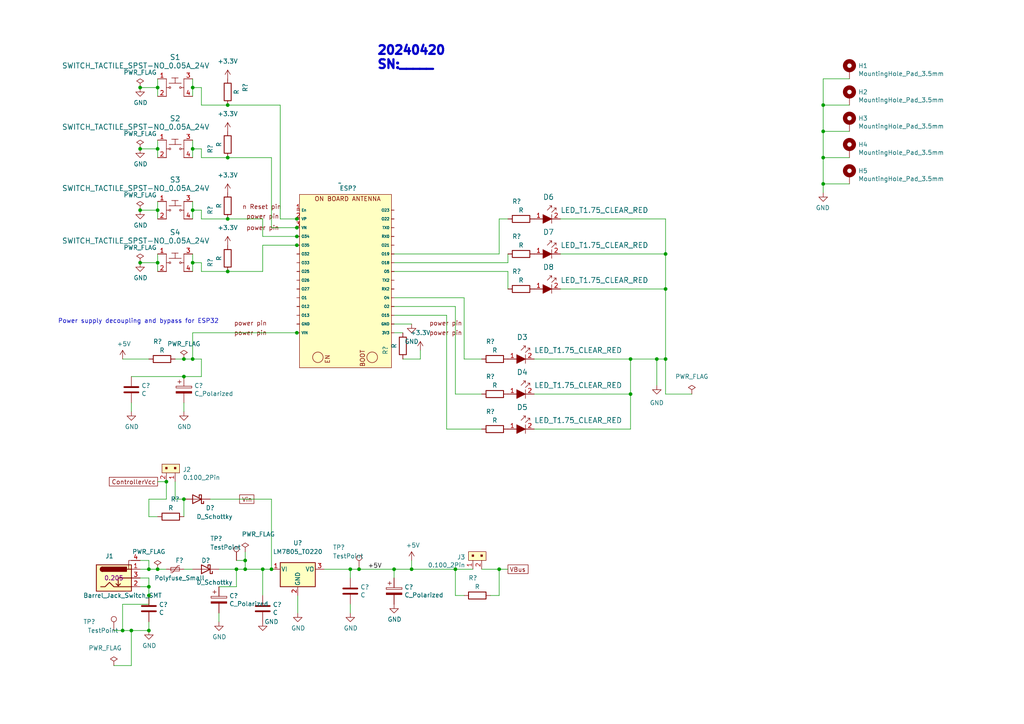
<source format=kicad_sch>
(kicad_sch (version 20230121) (generator eeschema)
  (paper "A4")
  (title_block (title "Esp32-6leds-4switches-2pj-circuit") (date "2024-04-14") (rev "V2") (company "Public Invention Supervision") (comment 1 "Coordinator: Robert Read") (comment 2 "Mentor: Forest Lee Ereckson") (comment 3 "Done by: Nagham Kheir"))
  (junction (at 55.88 43.18))
  (junction (at 45.72 165.1))
  (junction (at 66.04 63.5))
  (junction (at 132.08 165.1))
  (junction (at 40.64 76.2))
  (junction (at 48.26 139.7))
  (junction (at 40.64 25.4))
  (junction (at 193.04 73.66))
  (junction (at 53.34 104.14))
  (junction (at 193.04 83.82))
  (junction (at 86.106 68.58))
  (junction (at 43.18 170.18))
  (junction (at 66.04 78.74))
  (junction (at 78.74 165.1))
  (junction (at 40.64 43.18))
  (junction (at 68.58 165.1))
  (junction (at 53.34 109.22))
  (junction (at 238.76 38.1))
  (junction (at 45.72 60.96))
  (junction (at 55.88 104.14))
  (junction (at 71.12 162.56))
  (junction (at 43.18 172.72))
  (junction (at 101.6 165.1))
  (junction (at 144.78 165.1))
  (junction (at 55.88 76.2))
  (junction (at 43.18 165.1))
  (junction (at 238.76 45.72))
  (junction (at 71.12 165.1))
  (junction (at 43.18 182.88))
  (junction (at 45.72 43.18))
  (junction (at 104.14 165.1))
  (junction (at 38.1 182.88))
  (junction (at 238.76 30.48))
  (junction (at 66.04 30.48))
  (junction (at 35.56 182.88))
  (junction (at 86.106 63.5))
  (junction (at 86.106 96.52))
  (junction (at 76.2 165.1))
  (junction (at 190.5 104.14))
  (junction (at 53.34 144.78))
  (junction (at 55.88 60.96))
  (junction (at 238.76 53.34))
  (junction (at 182.88 114.3))
  (junction (at 40.64 60.96))
  (junction (at 55.88 25.4))
  (junction (at 114.3 165.1))
  (junction (at 66.04 45.72))
  (junction (at 182.88 104.14))
  (junction (at 119.38 165.1))
  (junction (at 45.72 25.4))
  (junction (at 45.72 76.2))
  (junction (at 193.04 104.14))
  (junction (at 86.106 66.04))
  (junction (at 86.106 71.12))
  (wire (pts (xy 246.38 30.48) (xy 238.76 30.48)))
  (wire (pts (xy 55.88 73.66) (xy 55.88 76.2)))
  (wire (pts (xy 35.56 182.88) (xy 38.1 182.88)))
  (wire (pts (xy 45.72 73.66) (xy 45.72 76.2)))
  (wire (pts (xy 86.106 71.12) (xy 86.36 71.12)))
  (wire (pts (xy 66.04 30.48) (xy 81.28 30.48)))
  (wire (pts (xy 40.64 43.18) (xy 45.72 43.18)))
  (wire (pts (xy 144.78 63.5) (xy 147.32 63.5)))
  (wire (pts (xy 58.42 45.72) (xy 66.04 45.72)))
  (wire (pts (xy 40.64 25.4) (xy 45.72 25.4)))
  (wire (pts (xy 63.5 165.1) (xy 68.58 165.1)))
  (wire (pts (xy 86.106 68.58) (xy 86.36 68.58)))
  (wire (pts (xy 38.1 182.88) (xy 43.18 182.88)))
  (wire (pts (xy 60.96 144.78) (xy 78.74 144.78)))
  (wire (pts (xy 53.34 149.86) (xy 53.34 144.78)))
  (wire (pts (xy 40.64 162.56) (xy 43.18 162.56)))
  (wire (pts (xy 114.3 86.36) (xy 134.62 86.36)))
  (wire (pts (xy 40.64 76.2) (xy 45.72 76.2)))
  (wire (pts (xy 81.28 63.5) (xy 81.28 30.48)))
  (wire (pts (xy 40.64 60.96) (xy 45.72 60.96)))
  (wire (pts (xy 116.84 104.14) (xy 121.92 104.14)))
  (wire (pts (xy 154.94 124.46) (xy 182.88 124.46)))
  (wire (pts (xy 35.56 104.14) (xy 43.18 104.14)))
  (wire (pts (xy 33.02 193.04) (xy 38.1 193.04)))
  (wire (pts (xy 101.6 165.1) (xy 104.14 165.1)))
  (wire (pts (xy 114.3 78.74) (xy 147.32 78.74)))
  (wire (pts (xy 76.2 165.1) (xy 78.74 165.1)))
  (wire (pts (xy 33.02 182.88) (xy 35.56 182.88)))
  (wire (pts (xy 81.28 63.5) (xy 86.106 63.5)))
  (wire (pts (xy 139.7 165.1) (xy 144.78 165.1)))
  (wire (pts (xy 45.72 165.1) (xy 43.18 165.1)))
  (wire (pts (xy 162.56 83.82) (xy 193.04 83.82)))
  (wire (pts (xy 76.2 172.72) (xy 76.2 165.1)))
  (wire (pts (xy 132.08 88.9) (xy 132.08 114.3)))
  (wire (pts (xy 193.04 83.82) (xy 193.04 73.66)))
  (wire (pts (xy 71.12 162.56) (xy 71.12 165.1)))
  (wire (pts (xy 119.38 165.1) (xy 132.08 165.1)))
  (wire (pts (xy 55.88 25.4) (xy 58.42 25.4)))
  (wire (pts (xy 63.5 177.8) (xy 63.5 180.34)))
  (wire (pts (xy 45.72 60.96) (xy 45.72 63.5)))
  (wire (pts (xy 86.106 96.52) (xy 86.36 96.52)))
  (wire (pts (xy 55.88 60.96) (xy 55.88 63.5)))
  (wire (pts (xy 50.8 139.7) (xy 50.8 144.78)))
  (wire (pts (xy 119.38 165.1) (xy 119.38 162.56)))
  (wire (pts (xy 132.08 172.72) (xy 132.08 165.1)))
  (wire (pts (xy 144.78 73.66) (xy 144.78 63.5)))
  (wire (pts (xy 55.88 96.52) (xy 86.106 96.52)))
  (wire (pts (xy 238.76 45.72) (xy 238.76 53.34)))
  (wire (pts (xy 43.18 167.64) (xy 43.18 170.18)))
  (wire (pts (xy 246.38 22.86) (xy 238.76 22.86)))
  (wire (pts (xy 55.88 22.86) (xy 55.88 25.4)))
  (wire (pts (xy 71.12 165.1) (xy 76.2 165.1)))
  (wire (pts (xy 43.18 170.18) (xy 40.64 170.18)))
  (wire (pts (xy 43.18 180.34) (xy 43.18 182.88)))
  (wire (pts (xy 50.8 104.14) (xy 53.34 104.14)))
  (wire (pts (xy 55.88 40.64) (xy 55.88 43.18)))
  (wire (pts (xy 104.14 165.1) (xy 114.3 165.1)))
  (wire (pts (xy 114.3 73.66) (xy 144.78 73.66)))
  (wire (pts (xy 101.6 175.26) (xy 101.6 177.8)))
  (wire (pts (xy 48.26 144.78) (xy 43.18 144.78)))
  (wire (pts (xy 193.04 63.5) (xy 193.04 73.66)))
  (wire (pts (xy 86.106 63.5) (xy 86.36 63.5)))
  (wire (pts (xy 147.32 78.74) (xy 147.32 83.82)))
  (wire (pts (xy 63.5 170.18) (xy 68.58 170.18)))
  (wire (pts (xy 55.88 43.18) (xy 58.42 43.18)))
  (wire (pts (xy 43.18 175.26) (xy 35.56 175.26)))
  (wire (pts (xy 55.88 76.2) (xy 55.88 78.74)))
  (wire (pts (xy 182.88 104.14) (xy 182.88 114.3)))
  (wire (pts (xy 45.72 22.86) (xy 45.72 25.4)))
  (wire (pts (xy 58.42 63.5) (xy 66.04 63.5)))
  (wire (pts (xy 45.72 25.4) (xy 45.72 27.94)))
  (wire (pts (xy 58.42 60.96) (xy 58.42 63.5)))
  (wire (pts (xy 53.34 109.22) (xy 58.42 109.22)))
  (wire (pts (xy 43.18 149.86) (xy 45.72 149.86)))
  (wire (pts (xy 38.1 109.22) (xy 53.34 109.22)))
  (wire (pts (xy 78.74 66.04) (xy 86.106 66.04)))
  (wire (pts (xy 76.2 63.5) (xy 76.2 68.58)))
  (wire (pts (xy 45.72 58.42) (xy 45.72 60.96)))
  (wire (pts (xy 139.7 104.14) (xy 134.62 104.14)))
  (wire (pts (xy 93.98 165.1) (xy 101.6 165.1)))
  (wire (pts (xy 58.42 76.2) (xy 58.42 78.74)))
  (wire (pts (xy 86.36 177.8) (xy 86.36 172.72)))
  (wire (pts (xy 182.88 104.14) (xy 190.5 104.14)))
  (wire (pts (xy 114.3 76.2) (xy 147.32 76.2)))
  (wire (pts (xy 55.88 58.42) (xy 55.88 60.96)))
  (wire (pts (xy 182.88 124.46) (xy 182.88 114.3)))
  (wire (pts (xy 43.18 165.1) (xy 40.64 165.1)))
  (wire (pts (xy 246.38 38.1) (xy 238.76 38.1)))
  (wire (pts (xy 190.5 104.14) (xy 190.5 111.76)))
  (wire (pts (xy 144.78 165.1) (xy 147.32 165.1)))
  (wire (pts (xy 238.76 53.34) (xy 246.38 53.34)))
  (wire (pts (xy 43.18 172.72) (xy 43.18 175.26)))
  (wire (pts (xy 114.3 91.44) (xy 129.54 91.44)))
  (wire (pts (xy 114.3 165.1) (xy 119.38 165.1)))
  (wire (pts (xy 144.78 172.72) (xy 144.78 165.1)))
  (wire (pts (xy 162.56 63.5) (xy 193.04 63.5)))
  (wire (pts (xy 55.88 25.4) (xy 55.88 27.94)))
  (wire (pts (xy 154.94 104.14) (xy 182.88 104.14)))
  (wire (pts (xy 43.18 162.56) (xy 43.18 165.1)))
  (wire (pts (xy 71.12 160.02) (xy 71.12 162.56)))
  (wire (pts (xy 132.08 114.3) (xy 139.7 114.3)))
  (wire (pts (xy 58.42 30.48) (xy 66.04 30.48)))
  (wire (pts (xy 129.54 124.46) (xy 139.7 124.46)))
  (wire (pts (xy 78.74 45.72) (xy 78.74 66.04)))
  (wire (pts (xy 132.08 165.1) (xy 137.16 165.1)))
  (wire (pts (xy 55.88 104.14) (xy 58.42 104.14)))
  (wire (pts (xy 193.04 104.14) (xy 193.04 83.82)))
  (wire (pts (xy 35.56 175.26) (xy 35.56 182.88)))
  (wire (pts (xy 134.62 104.14) (xy 134.62 86.36)))
  (wire (pts (xy 101.6 167.64) (xy 101.6 165.1)))
  (wire (pts (xy 45.72 76.2) (xy 45.72 78.74)))
  (wire (pts (xy 66.04 78.74) (xy 76.2 78.74)))
  (wire (pts (xy 238.76 38.1) (xy 238.76 45.72)))
  (wire (pts (xy 78.74 144.78) (xy 78.74 165.1)))
  (wire (pts (xy 38.1 193.04) (xy 38.1 182.88)))
  (wire (pts (xy 53.34 165.1) (xy 55.88 165.1)))
  (wire (pts (xy 45.72 43.18) (xy 45.72 45.72)))
  (wire (pts (xy 38.1 119.38) (xy 38.1 116.84)))
  (wire (pts (xy 55.88 76.2) (xy 58.42 76.2)))
  (wire (pts (xy 45.72 40.64) (xy 45.72 43.18)))
  (wire (pts (xy 66.04 63.5) (xy 76.2 63.5)))
  (wire (pts (xy 76.2 78.74) (xy 76.2 71.12)))
  (wire (pts (xy 50.8 144.78) (xy 53.34 144.78)))
  (wire (pts (xy 238.76 22.86) (xy 238.76 30.48)))
  (wire (pts (xy 114.3 167.64) (xy 114.3 165.1)))
  (wire (pts (xy 66.04 45.72) (xy 78.74 45.72)))
  (wire (pts (xy 193.04 114.3) (xy 193.04 104.14)))
  (wire (pts (xy 55.88 43.18) (xy 55.88 45.72)))
  (wire (pts (xy 134.62 172.72) (xy 132.08 172.72)))
  (wire (pts (xy 116.84 96.52) (xy 114.3 96.52)))
  (wire (pts (xy 43.18 144.78) (xy 43.18 149.86)))
  (wire (pts (xy 53.34 119.38) (xy 53.34 116.84)))
  (wire (pts (xy 246.38 45.72) (xy 238.76 45.72)))
  (wire (pts (xy 58.42 25.4) (xy 58.42 30.48)))
  (wire (pts (xy 162.56 73.66) (xy 193.04 73.66)))
  (wire (pts (xy 48.26 139.7) (xy 48.26 144.78)))
  (wire (pts (xy 76.2 71.12) (xy 86.106 71.12)))
  (wire (pts (xy 68.58 165.1) (xy 68.58 170.18)))
  (wire (pts (xy 43.18 170.18) (xy 43.18 172.72)))
  (wire (pts (xy 238.76 30.48) (xy 238.76 38.1)))
  (wire (pts (xy 121.92 104.14) (xy 121.92 101.6)))
  (wire (pts (xy 190.5 104.14) (xy 193.04 104.14)))
  (wire (pts (xy 76.2 68.58) (xy 86.106 68.58)))
  (wire (pts (xy 114.3 93.98) (xy 119.38 93.98)))
  (wire (pts (xy 58.42 78.74) (xy 66.04 78.74)))
  (wire (pts (xy 68.58 162.56) (xy 71.12 162.56)))
  (wire (pts (xy 58.42 43.18) (xy 58.42 45.72)))
  (wire (pts (xy 68.58 165.1) (xy 71.12 165.1)))
  (wire (pts (xy 55.88 60.96) (xy 58.42 60.96)))
  (wire (pts (xy 86.106 66.04) (xy 86.36 66.04)))
  (wire (pts (xy 45.72 139.7) (xy 48.26 139.7)))
  (wire (pts (xy 238.76 53.34) (xy 238.76 55.88)))
  (wire (pts (xy 55.88 96.52) (xy 55.88 104.14)))
  (wire (pts (xy 200.66 114.3) (xy 193.04 114.3)))
  (wire (pts (xy 48.26 165.1) (xy 45.72 165.1)))
  (wire (pts (xy 129.54 91.44) (xy 129.54 124.46)))
  (wire (pts (xy 142.24 172.72) (xy 144.78 172.72)))
  (wire (pts (xy 154.94 114.3) (xy 182.88 114.3)))
  (wire (pts (xy 58.42 109.22) (xy 58.42 104.14)))
  (wire (pts (xy 40.64 167.64) (xy 43.18 167.64)))
  (wire (pts (xy 114.3 88.9) (xy 132.08 88.9)))
  (wire (pts (xy 53.34 104.14) (xy 55.88 104.14)))
  (wire (pts (xy 147.32 76.2) (xy 147.32 73.66)))
  (text "20240420\nSN:_____\n" (at 109.22 20.32 0) (effects (font (size 2.54 2.54) (thickness 10.16) bold) (justify left bottom)))
  (text "Power supply decoupling and bypass for ESP32" (at 63.5 93.98 0) (effects (font (size 1.27 1.27)) (justify right bottom)))
  (label "+5V" (at 106.68 165.1 0))
  (global_label "Vin" (shape passive) (at 73.66 144.78 180) (property "Intersheetrefs" "${INTERSHEET_REFS}" (effects hide)))
  (global_label "VBus" (shape passive) (at 147.32 165.1 0) (property "Intersheetrefs" "${INTERSHEET_REFS}" (effects hide)))
  (global_label "ControllerVcc" (shape passive) (at 45.72 139.7 180) (property "Intersheetrefs" "${INTERSHEET_REFS}" (effects hide)))
  (symbol (lib_id "power:GND") (at 119.38 93.98 0) (mirror y) (unit 1)
    (property "Reference" "#PWR?" (effects hide))
    (property "Value" "GND" (at 119.38 99.06 0))
  )
  (symbol (lib_id "Device:C") (at 101.6 171.45 0) (unit 1)
    (property "Reference" "C?" (at 104.521 170.2816 0) (effects (justify left)))
    (property "Value" "C" (at 104.521 172.593 0) (effects (justify left)))
    (property "Footprint" "Capacitor_SMD:C_0603_1608Metric_Pad1.08x0.95mm_HandSolder" (effects hide))
    (property "Distributor 1" "JLCPCB" (effects hide))
    (property "Distributor 1 PN" "C14663" (effects hide))
    (property "Manufacturer" "YAGEO" (effects hide))
    (property "MPN" "CC0603KRX7R9BB104" (effects hide))
    (property "Description" "50V 100nF X7R ±10% 0603 Multilayer Ceramic Capacitors MLCC - SMD/SMT ROHS" (effects hide))
    (property "AssemblyType" "SMT" (effects hide))
    (property "Cost" "0.0021" (effects hide))
  )
  (symbol (lib_id "power:+3.3V") (at 66.04 22.86 0) (unit 1)
    (property "Reference" "#PWR?" (effects hide))
    (property "Value" "+3.3V" (at 66.04 17.78 0))
  )
  (symbol (lib_id "Device:C") (at 76.2 176.53 0) (unit 1)
    (property "Reference" "C?" (at 79.121 175.3616 0) (effects (justify left)))
    (property "Value" "C" (at 79.121 177.673 0) (effects (justify left)))
    (property "Footprint" "Capacitor_SMD:C_0603_1608Metric_Pad1.08x0.95mm_HandSolder" (effects hide))
    (property "Distributor 1" "JLCPCB" (effects hide))
    (property "Distributor 1 PN" "C14663" (effects hide))
    (property "Manufacturer" "YAGEO" (effects hide))
    (property "MPN" "CC0603KRX7R9BB104" (effects hide))
    (property "Description" "50V 100nF X7R ±10% 0603 Multilayer Ceramic Capacitors MLCC - SMD/SMT ROHS" (effects hide))
    (property "AssemblyType" "SMT" (effects hide))
    (property "Cost" "0.0021" (effects hide))
  )
  (symbol (lib_id "Device:C_Polarized") (at 114.3 171.45 0) (unit 1)
    (property "Reference" "C?" (at 117.2972 170.2816 0) (effects (justify left)))
    (property "Value" "C_Polarized" (at 117.2972 172.593 0) (effects (justify left)))
    (property "Footprint" "Capacitor_SMD:CP_Elec_5x5.4" (effects hide))
    (property "Distributor 1" "JLCPCB" (effects hide))
    (property "Distributor 1 PN" "C2895272" (effects hide))
    (property "Manufacturer" "KNSCHA" (effects hide))
    (property "MPN" "RVT47UF16V67RV0019" (effects hide))
    (property "AssemblyType" "SMT" (effects hide))
    (property "Cost" "0.038" (effects hide))
  )
  (symbol (lib_id "Regulator_Linear:LM7805_TO220") (at 86.36 165.1 0) (unit 1)
    (property "Reference" "U?" (at 86.36 157.48 0))
    (property "Value" "LM7805_TO220" (at 86.36 160.02 0))
    (property "Footprint" "Package_TO_SOT_THT:TO-220-3_Vertical" (effects hide))
    (property "Datasheet" "https://www.onsemi.cn/PowerSolutions/document/MC7800-D.PDF" (effects hide))
    (property "Cost" "0.1164" (effects hide))
    (property "Description" "LM7805 TO220" (effects hide))
    (property "Distributor 1" "JLCPCB" (effects hide))
    (property "Distributor 1 PN" "C2977083" (effects hide))
    (property "Manufacturer" "HANSCHIP semiconductor" (effects hide))
    (property "MPN" "LM7805CTG" (effects hide))
    (property "AssemblyType" "HAND" (effects hide))
  )
  (symbol (lib_id "GPAD_SCH_LIB:22-23-2021") (at 50.8 137.16 180) (unit 1)
    (property "Reference" "J2" (at 53.0098 136.1948 0) (effects (justify right)))
    (property "Value" "0.100_2Pin" (at 53.0098 138.5062 0) (effects (justify right)))
    (property "Footprint" "Connector_PinHeader_2.54mm:PinHeader_1x02_P2.54mm_Vertical" (effects hide))
    (property "Datasheet" "https://datasheet.lcsc.com/lcsc/1811011511_Amphenol-ICC-68000-102HLF_C168673.pdf" (effects hide))
    (property "MPN" "68000-102HLF" (effects hide))
    (property "Category" "Connectors, Interconnects" (effects hide))
    (property "Family" "Rectangular Connectors - Headers, Male Pins" (effects hide))
    (property "Description" "HEADER VERT 2POS 2.54MM" (effects hide))
    (property "Manufacturer" "Amphenol ICC" (effects hide))
    (property "Status" "Active" (effects hide))
    (property "Distributor 1" "JLCPCB" (effects hide))
    (property "Distributor 1 PN" "C168673" (effects hide))
    (property "Cost" "0.1458" (effects hide))
    (property "AssemblyType" "HAND" (effects hide))
  )
  (symbol (lib_id "Connector:TestPoint") (at 33.02 182.88 0) (unit 1)
    (property "Reference" "TP?" (at 24.13 180.34 0) (effects (justify left)))
    (property "Value" "TestPoint" (at 25.4 182.88 0) (effects (justify left)))
    (property "Footprint" "TestPoint:TestPoint_Loop_D2.54mm_Drill1.5mm_Beaded" (effects hide))
    (property "AssemblyType" "HAND" (effects hide))
  )
  (symbol (lib_id "Device:R") (at 143.51 114.3 270) (unit 1)
    (property "Reference" "R?" (at 142.24 109.22 90))
    (property "Value" "R" (at 143.51 111.76 90))
    (property "Footprint" "Resistor_SMD:R_0603_1608Metric_Pad0.98x0.95mm_HandSolder" (effects hide))
    (property "Distributor 1" "JLCPCB" (effects hide))
    (property "Distributor 1 PN" "C269711" (effects hide))
    (property "Manufacturer" "TyoHM" (effects hide))
    (property "MPN" "RMC06033301%N" (effects hide))
    (property "Description" "0.1W ±1% 330Ω 0603 Chip Resistor - Surface Mount ROHS" (effects hide))
    (property "AssemblyType" "SMT" (effects hide))
    (property "Cost" "0.0015" (effects hide))
  )
  (symbol (lib_id "GPAD_SCH_LIB:LED_T1.75_CLEAR_WHITE") (at 160.02 73.66 0) (unit 1)
    (property "Reference" "D7" (at 157.48 67.31 0) (effects (font (size 1.524 1.524)) (justify left)))
    (property "Value" "LED_T1.75_CLEAR_RED" (at 162.56 71.12 0) (effects (font (size 1.524 1.524)) (justify left)))
    (property "Footprint" "PubInv_KiCad_PCB:LED_5mm_Radial" (effects hide))
    (property "Datasheet" "http://optoelectronics.liteon.com/upload/download/DS20-2005-253/LTW-2R3D7.pdf" (effects hide))
    (property "Digi-Key_PN" "160-1682-ND" (effects hide))
    (property "Category" "Optoelectronics" (effects hide))
    (property "Family" "LED Indication - Discrete" (effects hide))
    (property "DK_Datasheet_Link" "http://optoelectronics.liteon.com/upload/download/DS20-2005-253/LTW-2R3D7.pdf" (effects hide))
    (property "DK_Detail_Page" "/product-detail/en/lite-on-inc/LTL2R3KEK/160-1682-ND/573572" (effects hide))
    (property "Description" "LED RED CLEAR T-1 3/4 T/H" (effects hide))
    (property "Manufacturer" "Lite-On Inc." (effects hide))
    (property "Status" "Active" (effects hide))
    (property "AssemblyType" "HAND" (effects hide))
    (property "Cost" "0.36000" (effects hide))
    (property "Distributor 1" "DigiKey" (effects hide))
    (property "Distributor 1 PN" "160-1682-ND" (effects hide))
  )
  (symbol (lib_id "New_Library.ESP32KIT:ESP32_-_V2") (at 100.076 54.61 0) (unit 1)
    (property "Reference" "ESP?" (at 100.965 54.61 0))
    (property "Value" "~" (at 98.552 53.086 0))
    (property "Footprint" "esp32 15 pin Library:esp32" (effects hide))
  )
  (symbol (lib_id "Device:R") (at 66.04 74.93 0) (unit 1)
    (property "Reference" "R?" (at 60.96 76.2 90))
    (property "Value" "R" (at 63.5 74.93 90))
    (property "Footprint" "Resistor_SMD:R_0603_1608Metric_Pad0.98x0.95mm_HandSolder" (effects hide))
    (property "Distributor 1" "JLCPCB" (effects hide))
    (property "Distributor 1 PN" "C269701" (effects hide))
    (property "Manufacturer" "TyoHM" (effects hide))
    (property "MPN" "RMC 0603 10K F N" (effects hide))
    (property "Description" "0.1W ±1% 10kΩ 0603  Chip Resistor - Surface Mount ROHS" (effects hide))
    (property "AssemblyType" "SMT" (effects hide))
    (property "Cost" "0.0015" (effects hide))
  )
  (symbol (lib_id "power:GND") (at 101.6 177.8 0) (unit 1)
    (property "Reference" "#PWR?" (effects hide))
    (property "Value" "GND" (at 101.727 182.1942 0))
  )
  (symbol (lib_id "power:PWR_FLAG") (at 45.72 165.1 0) (unit 1)
    (property "Reference" "#FLG?" (effects hide))
    (property "Value" "PWR_FLAG" (at 43.18 160.02 0))
  )
  (symbol (lib_id "Device:D_Schottky") (at 59.69 165.1 180) (unit 1)
    (property "Reference" "D?" (at 59.69 162.56 0))
    (property "Value" "D_Schottky" (at 62.23 168.91 0))
    (property "Footprint" "Diode_SMD:D_SMB" (effects hide))
    (property "Distributor 1" "JLCPCB" (effects hide))
    (property "Distributor 1 PN" "C14996" (effects hide))
    (property "MPN" "SS210" (effects hide))
    (property "Manufacturer" "MDD（Microdiode Electronics）" (effects hide))
    (property "AssemblyType" "SMT" (effects hide))
    (property "Cost" "0.0343" (effects hide))
  )
  (symbol (lib_id "power:+3.3V") (at 121.92 101.6 0) (unit 1)
    (property "Reference" "#PWR?" (effects hide))
    (property "Value" "+3.3V" (at 121.92 96.52 0))
  )
  (symbol (lib_id "power:GND") (at 40.64 43.18 0) (unit 1)
    (property "Reference" "#PWR?" (effects hide))
    (property "Value" "GND" (at 40.767 47.5742 0))
  )
  (symbol (lib_id "power:PWR_FLAG") (at 40.64 76.2 0) (unit 1)
    (property "Reference" "#FLG?" (effects hide))
    (property "Value" "PWR_FLAG" (at 40.64 71.8058 0))
  )
  (symbol (lib_id "Device:R") (at 138.43 172.72 270) (unit 1)
    (property "Reference" "R?" (at 137.16 167.64 90))
    (property "Value" "R" (at 138.43 170.18 90))
    (property "Footprint" "Resistor_SMD:R_0603_1608Metric_Pad0.98x0.95mm_HandSolder" (effects hide))
    (property "Distributor 1" "DNI" (effects hide))
    (property "Distributor 1 PN" "DNI" (effects hide))
    (property "Manufacturer" "TyoHM" (effects hide))
    (property "MPN" "DNI" (effects hide))
    (property "Description" "DNI" (effects hide))
    (property "AssemblyType" "SMT" (effects hide))
    (property "Cost" "0.0015" (effects hide))
  )
  (symbol (lib_id "power:PWR_FLAG") (at 40.64 60.96 0) (unit 1)
    (property "Reference" "#FLG?" (effects hide))
    (property "Value" "PWR_FLAG" (at 40.64 56.5658 0))
  )
  (symbol (lib_id "power:GND") (at 43.18 182.88 0) (unit 1)
    (property "Reference" "#PWR?" (effects hide))
    (property "Value" "GND" (at 43.307 187.2742 0))
  )
  (symbol (lib_id "power:GND") (at 40.64 60.96 0) (unit 1)
    (property "Reference" "#PWR?" (effects hide))
    (property "Value" "GND" (at 40.767 65.3542 0))
  )
  (symbol (lib_id "GPAD_SCH_LIB:Barrel_Jack_Switch_SMT") (at 33.02 167.64 0) (unit 1)
    (property "Reference" "J1" (at 31.75 161.29 0))
    (property "Value" "Barrel_Jack_Switch_SMT" (at 35.56 172.72 0))
    (property "Footprint" "PubInv_KiCad_PCB:BarrelJack_CLIFF_FC681465S_SMT_Horizontal" (effects hide))
    (property "Datasheet" "https://tensility.s3.amazonaws.com/uploads/pdffiles/54-00164.pdf" (effects hide))
    (property "Distributor 1" "JLCPCB" (effects hide))
    (property "Distributor 1 PN" "C319134" (effects hide))
    (property "Manufacturer" "XKB Connectivity / Tensility International Corp" (effects hide))
    (property "MPN" "DC-005-5A-2.0-SMT / 54-00164" (effects hide))
    (property "Description" "Power Barrel Connector Jack 2.10mm ID (0.083\"), 5.50mm OD (0.217\") Surface Mount, Right Angle" (effects hide))
    (property "Distributor 2" "Digikey" (effects hide))
    (property "Distributor 2 PN" "839-54-00164CT-ND" (effects hide))
    (property "Cost" "0.205" (at 33.02 167.64 0))
    (property "AssemblyType" "HAND" (effects hide))
  )
  (symbol (lib_id "Device:R") (at 66.04 26.67 180) (unit 1)
    (property "Reference" "R?" (at 71.12 25.4 90))
    (property "Value" "R" (at 68.58 26.67 90))
    (property "Footprint" "Resistor_SMD:R_0603_1608Metric_Pad0.98x0.95mm_HandSolder" (effects hide))
    (property "Distributor 1" "JLCPCB" (effects hide))
    (property "Distributor 1 PN" "C269701" (effects hide))
    (property "Manufacturer" "TyoHM" (effects hide))
    (property "MPN" "RMC 0603 10K F N" (effects hide))
    (property "Description" "0.1W ±1% 10kΩ 0603  Chip Resistor - Surface Mount ROHS" (effects hide))
    (property "AssemblyType" "SMT" (effects hide))
    (property "Cost" "0.0015" (effects hide))
  )
  (symbol (lib_id "Device:C") (at 43.18 176.53 0) (unit 1)
    (property "Reference" "C?" (at 46.101 175.3616 0) (effects (justify left)))
    (property "Value" "C" (at 46.101 177.673 0) (effects (justify left)))
    (property "Footprint" "Capacitor_SMD:C_0603_1608Metric_Pad1.08x0.95mm_HandSolder" (effects hide))
    (property "AssemblyType" "SMT" (effects hide))
    (property "Distributor 1" "JLCPCB" (effects hide))
    (property "Distributor 1 PN" "C107049" (effects hide))
    (property "MPN" "CC0603JRNPO9BN390" (effects hide))
    (property "Manufacturer" "YAGEO" (effects hide))
    (property "Cost" "0.003" (effects hide))
  )
  (symbol (lib_id "GPAD_SCH_LIB:22-23-2021") (at 137.16 162.56 0) (mirror x) (unit 1)
    (property "Reference" "J3" (at 134.9502 161.5948 0) (effects (justify right)))
    (property "Value" "0.100_2Pin" (at 134.9502 163.9062 0) (effects (justify right)))
    (property "Footprint" "Connector_PinHeader_2.54mm:PinHeader_1x02_P2.54mm_Vertical" (effects hide))
    (property "Datasheet" "https://datasheet.lcsc.com/lcsc/1811011511_Amphenol-ICC-68000-102HLF_C168673.pdf" (effects hide))
    (property "MPN" "68000-102HLF" (effects hide))
    (property "Category" "Connectors, Interconnects" (effects hide))
    (property "Family" "Rectangular Connectors - Headers, Male Pins" (effects hide))
    (property "Description" "HEADER VERT 2POS 2.54MM" (effects hide))
    (property "Manufacturer" "Amphenol ICC" (effects hide))
    (property "Status" "Active" (effects hide))
    (property "Distributor 1" "JLCPCB" (effects hide))
    (property "Distributor 1 PN" "C168673" (effects hide))
    (property "Cost" "0.1458" (effects hide))
    (property "AssemblyType" "HAND" (effects hide))
  )
  (symbol (lib_id "GPAD_SCH_LIB:LED_T1.75_CLEAR_WHITE") (at 152.4 114.3 0) (unit 1)
    (property "Reference" "D4" (at 149.86 107.95 0) (effects (font (size 1.524 1.524)) (justify left)))
    (property "Value" "LED_T1.75_CLEAR_RED" (at 154.94 111.76 0) (effects (font (size 1.524 1.524)) (justify left)))
    (property "Footprint" "PubInv_KiCad_PCB:LED_5mm_Radial" (effects hide))
    (property "Datasheet" "http://optoelectronics.liteon.com/upload/download/DS20-2005-253/LTW-2R3D7.pdf" (effects hide))
    (property "Digi-Key_PN" "160-1682-ND" (effects hide))
    (property "Category" "Optoelectronics" (effects hide))
    (property "Family" "LED Indication - Discrete" (effects hide))
    (property "DK_Datasheet_Link" "http://optoelectronics.liteon.com/upload/download/DS20-2005-253/LTW-2R3D7.pdf" (effects hide))
    (property "DK_Detail_Page" "/product-detail/en/lite-on-inc/LTL2R3KEK/160-1682-ND/573572" (effects hide))
    (property "Description" "LED RED CLEAR T-1 3/4 T/H" (effects hide))
    (property "Manufacturer" "Lite-On Inc." (effects hide))
    (property "Status" "Active" (effects hide))
    (property "AssemblyType" "HAND" (effects hide))
    (property "Cost" "0.36000" (effects hide))
    (property "Distributor 1" "DigiKey" (effects hide))
    (property "Distributor 1 PN" "160-1682-ND" (effects hide))
  )
  (symbol (lib_id "power:+3.3V") (at 66.04 55.88 0) (unit 1)
    (property "Reference" "#PWR?" (effects hide))
    (property "Value" "+3.3V" (at 66.04 50.8 0))
  )
  (symbol (lib_id "GPAD_SCH_LIB:LED_T1.75_CLEAR_WHITE") (at 160.02 83.82 0) (unit 1)
    (property "Reference" "D8" (at 157.48 77.47 0) (effects (font (size 1.524 1.524)) (justify left)))
    (property "Value" "LED_T1.75_CLEAR_RED" (at 162.56 81.28 0) (effects (font (size 1.524 1.524)) (justify left)))
    (property "Footprint" "PubInv_KiCad_PCB:LED_5mm_Radial" (effects hide))
    (property "Datasheet" "http://optoelectronics.liteon.com/upload/download/DS20-2005-253/LTW-2R3D7.pdf" (effects hide))
    (property "Digi-Key_PN" "160-1682-ND" (effects hide))
    (property "Category" "Optoelectronics" (effects hide))
    (property "Family" "LED Indication - Discrete" (effects hide))
    (property "DK_Datasheet_Link" "http://optoelectronics.liteon.com/upload/download/DS20-2005-253/LTW-2R3D7.pdf" (effects hide))
    (property "DK_Detail_Page" "/product-detail/en/lite-on-inc/LTL2R3KEK/160-1682-ND/573572" (effects hide))
    (property "Description" "LED RED CLEAR T-1 3/4 T/H" (effects hide))
    (property "Manufacturer" "Lite-On Inc." (effects hide))
    (property "Status" "Active" (effects hide))
    (property "AssemblyType" "HAND" (effects hide))
    (property "Cost" "0.36000" (effects hide))
    (property "Distributor 1" "DigiKey" (effects hide))
    (property "Distributor 1 PN" "160-1682-ND" (effects hide))
  )
  (symbol (lib_id "GPAD_SCH_LIB:LED_T1.75_CLEAR_WHITE") (at 160.02 63.5 0) (unit 1)
    (property "Reference" "D6" (at 157.48 57.15 0) (effects (font (size 1.524 1.524)) (justify left)))
    (property "Value" "LED_T1.75_CLEAR_RED" (at 162.56 60.96 0) (effects (font (size 1.524 1.524)) (justify left)))
    (property "Footprint" "PubInv_KiCad_PCB:LED_5mm_Radial" (effects hide))
    (property "Datasheet" "http://optoelectronics.liteon.com/upload/download/DS20-2005-253/LTW-2R3D7.pdf" (effects hide))
    (property "Digi-Key_PN" "160-1682-ND" (effects hide))
    (property "Category" "Optoelectronics" (effects hide))
    (property "Family" "LED Indication - Discrete" (effects hide))
    (property "DK_Datasheet_Link" "http://optoelectronics.liteon.com/upload/download/DS20-2005-253/LTW-2R3D7.pdf" (effects hide))
    (property "DK_Detail_Page" "/product-detail/en/lite-on-inc/LTL2R3KEK/160-1682-ND/573572" (effects hide))
    (property "Description" "LED RED CLEAR T-1 3/4 T/H" (effects hide))
    (property "Manufacturer" "Lite-On Inc." (effects hide))
    (property "Status" "Active" (effects hide))
    (property "AssemblyType" "HAND" (effects hide))
    (property "Cost" "0.36000" (effects hide))
    (property "Distributor 1" "DigiKey" (effects hide))
    (property "Distributor 1 PN" "160-1682-ND" (effects hide))
  )
  (symbol (lib_id "power:+3.3V") (at 66.04 38.1 0) (unit 1)
    (property "Reference" "#PWR?" (effects hide))
    (property "Value" "+3.3V" (at 66.04 33.02 0))
  )
  (symbol (lib_id "Device:R") (at 66.04 59.69 0) (unit 1)
    (property "Reference" "R?" (at 60.96 60.96 90))
    (property "Value" "R" (at 63.5 59.69 90))
    (property "Footprint" "Resistor_SMD:R_0603_1608Metric_Pad0.98x0.95mm_HandSolder" (effects hide))
    (property "Distributor 1" "JLCPCB" (effects hide))
    (property "Distributor 1 PN" "C269701" (effects hide))
    (property "Manufacturer" "TyoHM" (effects hide))
    (property "MPN" "RMC 0603 10K F N" (effects hide))
    (property "Description" "0.1W ±1% 10kΩ 0603  Chip Resistor - Surface Mount ROHS" (effects hide))
    (property "AssemblyType" "SMT" (effects hide))
    (property "Cost" "0.0015" (effects hide))
  )
  (symbol (lib_id "power:GND") (at 238.76 55.88 0) (mirror y) (unit 1)
    (property "Reference" "#PWR?" (effects hide))
    (property "Value" "GND" (at 238.633 60.2742 0))
  )
  (symbol (lib_id "power:GND") (at 190.5 111.76 0) (unit 1)
    (property "Reference" "#PWR?" (effects hide))
    (property "Value" "GND" (at 190.5 116.84 0))
  )
  (symbol (lib_id "power:GND") (at 53.34 119.38 0) (unit 1)
    (property "Reference" "#PWR?" (effects hide))
    (property "Value" "GND" (at 53.467 123.7742 0))
  )
  (symbol (lib_id "power:+5V") (at 35.56 104.14 0) (unit 1)
    (property "Reference" "#PWR?" (effects hide))
    (property "Value" "+5V" (at 35.941 99.7458 0))
  )
  (symbol (lib_id "Device:R") (at 151.13 73.66 270) (unit 1)
    (property "Reference" "R?" (at 149.86 68.58 90))
    (property "Value" "R" (at 151.13 71.12 90))
    (property "Footprint" "Resistor_SMD:R_0603_1608Metric_Pad0.98x0.95mm_HandSolder" (effects hide))
    (property "Distributor 1" "JLCPCB" (effects hide))
    (property "Distributor 1 PN" "C269711" (effects hide))
    (property "Manufacturer" "TyoHM" (effects hide))
    (property "MPN" "RMC06033301%N" (effects hide))
    (property "Description" "0.1W ±1% 330Ω 0603 Chip Resistor - Surface Mount ROHS" (effects hide))
    (property "AssemblyType" "SMT" (effects hide))
    (property "Cost" "0.0015" (effects hide))
  )
  (symbol (lib_id "Connector:TestPoint") (at 68.58 162.56 0) (unit 1)
    (property "Reference" "TP?" (at 60.96 156.21 0) (effects (justify left)))
    (property "Value" "TestPoint" (at 60.96 158.75 0) (effects (justify left)))
    (property "Footprint" "TestPoint:TestPoint_Loop_D2.54mm_Drill1.5mm_Beaded" (effects hide))
    (property "AssemblyType" "HAND" (effects hide))
  )
  (symbol (lib_id "GPAD_SCH_LIB:SWITCH_TACTILE_SPST-NO_0.05A_24V") (at 50.8 43.18 0) (unit 1)
    (property "Reference" "S2" (at 50.8 34.3662 0) (effects (font (size 1.524 1.524))))
    (property "Value" "SWITCH_TACTILE_SPST-NO_0.05A_24V" (at 39.37 36.83 0) (effects (font (size 1.524 1.524))))
    (property "Footprint" "PubInv_KiCad_PCB:Switch_Tactile_THT_6x6mm" (effects hide))
    (property "Datasheet" "https://www.te.com/commerce/DocumentDelivery/DDEController?Action=srchrtrv&DocNm=1825910&DocType=Customer+Drawing&DocLang=English" (effects hide))
    (property "Distributor 1" "JLCPCB" (effects hide))
    (property "Distributor 1 PN" "C13828" (effects hide))
    (property "Distributor 2" "Digikey" (effects hide))
    (property "Distributor 2 PN" "450-1804-ND" (effects hide))
    (property "Manufacturer" "TE Connectivity ALCOSWITCH Switches" (effects hide))
    (property "MPN" "TE Connectivity 1825910-7,   Dongguan Guangzhu Industrial C13828" (effects hide))
    (property "Category" "Switches" (effects hide))
    (property "Family" "Tactile Switches" (effects hide))
    (property "DK_Datasheet_Link" "https://www.te.com/commerce/DocumentDelivery/DDEController?Action=srchrtrv&DocNm=1825910&DocType=Customer+Drawing&DocLang=English" (effects hide))
    (property "DK_Detail_Page" "/product-detail/en/te-connectivity-alcoswitch-switches/1825910-7/450-1804-ND/1731414" (effects hide))
    (property "Description" "±10% ±100ppm/℃ 10kΩ Plugin Variable Resistors/Potentiometers ROHS" (effects hide))
    (property "Status" "Active" (effects hide))
    (property "AssemblyType" "HAND" (effects hide))
    (property "Cost" "0.0315" (effects hide))
  )
  (symbol (lib_id "GPAD_SCH_LIB:LED_T1.75_CLEAR_WHITE") (at 152.4 124.46 0) (unit 1)
    (property "Reference" "D5" (at 149.86 118.11 0) (effects (font (size 1.524 1.524)) (justify left)))
    (property "Value" "LED_T1.75_CLEAR_RED" (at 154.94 121.92 0) (effects (font (size 1.524 1.524)) (justify left)))
    (property "Footprint" "PubInv_KiCad_PCB:LED_5mm_Radial" (effects hide))
    (property "Datasheet" "http://optoelectronics.liteon.com/upload/download/DS20-2005-253/LTW-2R3D7.pdf" (effects hide))
    (property "Digi-Key_PN" "160-1682-ND" (effects hide))
    (property "Category" "Optoelectronics" (effects hide))
    (property "Family" "LED Indication - Discrete" (effects hide))
    (property "DK_Datasheet_Link" "http://optoelectronics.liteon.com/upload/download/DS20-2005-253/LTW-2R3D7.pdf" (effects hide))
    (property "DK_Detail_Page" "/product-detail/en/lite-on-inc/LTL2R3KEK/160-1682-ND/573572" (effects hide))
    (property "Description" "LED RED CLEAR T-1 3/4 T/H" (effects hide))
    (property "Manufacturer" "Lite-On Inc." (effects hide))
    (property "Status" "Active" (effects hide))
    (property "AssemblyType" "HAND" (effects hide))
    (property "Cost" "0.36000" (effects hide))
    (property "Distributor 1" "DigiKey" (effects hide))
    (property "Distributor 1 PN" "160-1682-ND" (effects hide))
  )
  (symbol (lib_id "GPAD_SCH_LIB:SWITCH_TACTILE_SPST-NO_0.05A_24V") (at 50.8 60.96 0) (unit 1)
    (property "Reference" "S3" (at 50.8 52.1462 0) (effects (font (size 1.524 1.524))))
    (property "Value" "SWITCH_TACTILE_SPST-NO_0.05A_24V" (at 39.37 54.61 0) (effects (font (size 1.524 1.524))))
    (property "Footprint" "PubInv_KiCad_PCB:Switch_Tactile_THT_6x6mm" (effects hide))
    (property "Datasheet" "https://www.te.com/commerce/DocumentDelivery/DDEController?Action=srchrtrv&DocNm=1825910&DocType=Customer+Drawing&DocLang=English" (effects hide))
    (property "Distributor 1" "JLCPCB" (effects hide))
    (property "Distributor 1 PN" "C13828" (effects hide))
    (property "Distributor 2" "Digikey" (effects hide))
    (property "Distributor 2 PN" "450-1804-ND" (effects hide))
    (property "Manufacturer" "TE Connectivity ALCOSWITCH Switches" (effects hide))
    (property "MPN" "TE Connectivity 1825910-7,   Dongguan Guangzhu Industrial C13828" (effects hide))
    (property "Category" "Switches" (effects hide))
    (property "Family" "Tactile Switches" (effects hide))
    (property "DK_Datasheet_Link" "https://www.te.com/commerce/DocumentDelivery/DDEController?Action=srchrtrv&DocNm=1825910&DocType=Customer+Drawing&DocLang=English" (effects hide))
    (property "DK_Detail_Page" "/product-detail/en/te-connectivity-alcoswitch-switches/1825910-7/450-1804-ND/1731414" (effects hide))
    (property "Description" "±10% ±100ppm/℃ 10kΩ Plugin Variable Resistors/Potentiometers ROHS" (effects hide))
    (property "Status" "Active" (effects hide))
    (property "AssemblyType" "HAND" (effects hide))
    (property "Cost" "0.0315" (effects hide))
  )
  (symbol (lib_id "GPAD_SCH_LIB:MountingHole_Pad_3.5mm") (at 246.38 35.56 0) (unit 1)
    (property "Reference" "H3" (at 248.92 34.3154 0) (effects (justify left)))
    (property "Value" "MountingHole_Pad_3.5mm" (at 248.92 36.6268 0) (effects (justify left)))
    (property "Footprint" "PubInv_KiCad_PCB:MountingHole_3.5mm_Pad_Via" (effects hide))
    (property "AssemblyType" "NA" (effects hide))
    (property "Cost" "0" (effects hide))
    (property "Description" "MountingHole_Pad_3.5mm" (effects hide))
    (property "Distributor 1" "NA" (effects hide))
    (property "Distributor 1 PN" "NA" (effects hide))
  )
  (symbol (lib_id "power:PWR_FLAG") (at 33.02 193.04 0) (unit 1)
    (property "Reference" "#FLG?" (effects hide))
    (property "Value" "PWR_FLAG" (at 30.48 187.96 0))
  )
  (symbol (lib_id "Device:R") (at 143.51 104.14 270) (unit 1)
    (property "Reference" "R?" (at 142.24 99.06 90))
    (property "Value" "R" (at 143.51 101.6 90))
    (property "Footprint" "Resistor_SMD:R_0603_1608Metric_Pad0.98x0.95mm_HandSolder" (effects hide))
    (property "Distributor 1" "JLCPCB" (effects hide))
    (property "Distributor 1 PN" "C269711" (effects hide))
    (property "Manufacturer" "TyoHM" (effects hide))
    (property "MPN" "RMC06033301%N" (effects hide))
    (property "Description" "0.1W ±1% 330Ω 0603 Chip Resistor - Surface Mount ROHS" (effects hide))
    (property "AssemblyType" "SMT" (effects hide))
    (property "Cost" "0.0015" (effects hide))
  )
  (symbol (lib_id "Device:C_Polarized") (at 63.5 173.99 0) (unit 1)
    (property "Reference" "C?" (at 66.4972 172.8216 0) (effects (justify left)))
    (property "Value" "C_Polarized" (at 66.4972 175.133 0) (effects (justify left)))
    (property "Footprint" "Capacitor_SMD:CP_Elec_5x5.4" (effects hide))
    (property "Distributor 1" "JLCPCB" (effects hide))
    (property "Distributor 1 PN" "C2895272" (effects hide))
    (property "Manufacturer" "KNSCHA" (effects hide))
    (property "MPN" "RVT47UF16V67RV0019" (effects hide))
    (property "AssemblyType" "SMT" (effects hide))
    (property "Cost" "0.038" (effects hide))
  )
  (symbol (lib_id "GPAD_SCH_LIB:LED_T1.75_CLEAR_WHITE") (at 152.4 104.14 0) (unit 1)
    (property "Reference" "D3" (at 149.86 97.79 0) (effects (font (size 1.524 1.524)) (justify left)))
    (property "Value" "LED_T1.75_CLEAR_RED" (at 154.94 101.6 0) (effects (font (size 1.524 1.524)) (justify left)))
    (property "Footprint" "PubInv_KiCad_PCB:LED_5mm_Radial" (effects hide))
    (property "Datasheet" "http://optoelectronics.liteon.com/upload/download/DS20-2005-253/LTW-2R3D7.pdf" (effects hide))
    (property "Digi-Key_PN" "160-1682-ND" (effects hide))
    (property "Category" "Optoelectronics" (effects hide))
    (property "Family" "LED Indication - Discrete" (effects hide))
    (property "DK_Datasheet_Link" "http://optoelectronics.liteon.com/upload/download/DS20-2005-253/LTW-2R3D7.pdf" (effects hide))
    (property "DK_Detail_Page" "/product-detail/en/lite-on-inc/LTL2R3KEK/160-1682-ND/573572" (effects hide))
    (property "Description" "LED RED CLEAR T-1 3/4 T/H" (effects hide))
    (property "Manufacturer" "Lite-On Inc." (effects hide))
    (property "Status" "Active" (effects hide))
    (property "AssemblyType" "HAND" (effects hide))
    (property "Cost" "0.36000" (effects hide))
    (property "Distributor 1" "DigiKey" (effects hide))
    (property "Distributor 1 PN" "160-1682-ND" (effects hide))
  )
  (symbol (lib_id "GPAD_SCH_LIB:MountingHole_Pad_3.5mm") (at 246.38 50.8 0) (unit 1)
    (property "Reference" "H5" (at 248.92 49.5554 0) (effects (justify left)))
    (property "Value" "MountingHole_Pad_3.5mm" (at 248.92 51.8668 0) (effects (justify left)))
    (property "Footprint" "PubInv_KiCad_PCB:MountingHole_3.5mm_Pad_Via" (effects hide))
    (property "AssemblyType" "NA" (effects hide))
    (property "Cost" "0" (effects hide))
    (property "Description" "MountingHole_Pad_3.5mm" (effects hide))
    (property "Distributor 1" "NA" (effects hide))
    (property "Distributor 1 PN" "NA" (effects hide))
  )
  (symbol (lib_id "Device:C_Polarized") (at 53.34 113.03 0) (unit 1)
    (property "Reference" "C?" (at 56.3372 111.8616 0) (effects (justify left)))
    (property "Value" "C_Polarized" (at 56.3372 114.173 0) (effects (justify left)))
    (property "Footprint" "Capacitor_SMD:CP_Elec_5x5.4" (effects hide))
    (property "Distributor 1" "JLCPCB" (effects hide))
    (property "Distributor 1 PN" "C2895272" (effects hide))
    (property "Manufacturer" "KNSCHA" (effects hide))
    (property "MPN" "RVT47UF16V67RV0019" (effects hide))
    (property "AssemblyType" "SMT" (effects hide))
    (property "Cost" "0.038" (effects hide))
  )
  (symbol (lib_id "GPAD_SCH_LIB:SWITCH_TACTILE_SPST-NO_0.05A_24V") (at 50.8 76.2 0) (unit 1)
    (property "Reference" "S4" (at 50.8 67.3862 0) (effects (font (size 1.524 1.524))))
    (property "Value" "SWITCH_TACTILE_SPST-NO_0.05A_24V" (at 39.37 69.85 0) (effects (font (size 1.524 1.524))))
    (property "Footprint" "PubInv_KiCad_PCB:Switch_Tactile_THT_6x6mm" (effects hide))
    (property "Datasheet" "https://www.te.com/commerce/DocumentDelivery/DDEController?Action=srchrtrv&DocNm=1825910&DocType=Customer+Drawing&DocLang=English" (effects hide))
    (property "Distributor 1" "JLCPCB" (effects hide))
    (property "Distributor 1 PN" "C13828" (effects hide))
    (property "Distributor 2" "Digikey" (effects hide))
    (property "Distributor 2 PN" "450-1804-ND" (effects hide))
    (property "Manufacturer" "TE Connectivity ALCOSWITCH Switches" (effects hide))
    (property "MPN" "TE Connectivity 1825910-7,   Dongguan Guangzhu Industrial C13828" (effects hide))
    (property "Category" "Switches" (effects hide))
    (property "Family" "Tactile Switches" (effects hide))
    (property "DK_Datasheet_Link" "https://www.te.com/commerce/DocumentDelivery/DDEController?Action=srchrtrv&DocNm=1825910&DocType=Customer+Drawing&DocLang=English" (effects hide))
    (property "DK_Detail_Page" "/product-detail/en/te-connectivity-alcoswitch-switches/1825910-7/450-1804-ND/1731414" (effects hide))
    (property "Description" "±10% ±100ppm/℃ 10kΩ Plugin Variable Resistors/Potentiometers ROHS" (effects hide))
    (property "Status" "Active" (effects hide))
    (property "AssemblyType" "HAND" (effects hide))
    (property "Cost" "0.0315" (effects hide))
  )
  (symbol (lib_id "Device:R") (at 151.13 63.5 270) (unit 1)
    (property "Reference" "R?" (at 149.86 58.42 90))
    (property "Value" "R" (at 151.13 60.96 90))
    (property "Footprint" "Resistor_SMD:R_0603_1608Metric_Pad0.98x0.95mm_HandSolder" (effects hide))
    (property "Distributor 1" "JLCPCB" (effects hide))
    (property "Distributor 1 PN" "C269711" (effects hide))
    (property "Manufacturer" "TyoHM" (effects hide))
    (property "MPN" "RMC06033301%N" (effects hide))
    (property "Description" "0.1W ±1% 330Ω 0603 Chip Resistor - Surface Mount ROHS" (effects hide))
    (property "AssemblyType" "SMT" (effects hide))
    (property "Cost" "0.0015" (effects hide))
  )
  (symbol (lib_id "Device:C") (at 38.1 113.03 0) (unit 1)
    (property "Reference" "C?" (at 41.021 111.8616 0) (effects (justify left)))
    (property "Value" "C" (at 41.021 114.173 0) (effects (justify left)))
    (property "Footprint" "Capacitor_SMD:C_0603_1608Metric_Pad1.08x0.95mm_HandSolder" (effects hide))
    (property "Distributor 1" "JLCPCB" (effects hide))
    (property "Distributor 1 PN" "C14663" (effects hide))
    (property "Manufacturer" "YAGEO" (effects hide))
    (property "MPN" "CC0603KRX7R9BB104" (effects hide))
    (property "Description" "50V 100nF X7R ±10% 0603 Multilayer Ceramic Capacitors MLCC - SMD/SMT ROHS" (effects hide))
    (property "AssemblyType" "SMT" (effects hide))
    (property "Cost" "0.0021" (effects hide))
  )
  (symbol (lib_id "power:PWR_FLAG") (at 71.12 160.02 0) (unit 1)
    (property "Reference" "#FLG?" (effects hide))
    (property "Value" "PWR_FLAG" (at 74.93 154.94 0))
  )
  (symbol (lib_id "power:+3.3V") (at 66.04 71.12 0) (unit 1)
    (property "Reference" "#PWR?" (effects hide))
    (property "Value" "+3.3V" (at 66.04 66.04 0))
  )
  (symbol (lib_id "Connector:TestPoint") (at 104.14 165.1 0) (unit 1)
    (property "Reference" "TP?" (at 96.52 158.75 0) (effects (justify left)))
    (property "Value" "TestPoint" (at 96.52 161.29 0) (effects (justify left)))
    (property "Footprint" "TestPoint:TestPoint_Loop_D2.54mm_Drill1.5mm_Beaded" (effects hide))
    (property "AssemblyType" "HAND" (effects hide))
  )
  (symbol (lib_id "power:GND") (at 40.64 25.4 0) (unit 1)
    (property "Reference" "#PWR?" (effects hide))
    (property "Value" "GND" (at 40.767 29.7942 0))
  )
  (symbol (lib_id "power:PWR_FLAG") (at 40.64 43.18 0) (unit 1)
    (property "Reference" "#FLG?" (effects hide))
    (property "Value" "PWR_FLAG" (at 40.64 38.7858 0))
  )
  (symbol (lib_id "Device:R") (at 143.51 124.46 270) (unit 1)
    (property "Reference" "R?" (at 142.24 119.38 90))
    (property "Value" "R" (at 143.51 121.92 90))
    (property "Footprint" "Resistor_SMD:R_0603_1608Metric_Pad0.98x0.95mm_HandSolder" (effects hide))
    (property "Distributor 1" "JLCPCB" (effects hide))
    (property "Distributor 1 PN" "C269711" (effects hide))
    (property "Manufacturer" "TyoHM" (effects hide))
    (property "MPN" "RMC06033301%N" (effects hide))
    (property "Description" "0.1W ±1% 330Ω 0603 Chip Resistor - Surface Mount ROHS" (effects hide))
    (property "AssemblyType" "SMT" (effects hide))
    (property "Cost" "0.0015" (effects hide))
  )
  (symbol (lib_id "power:GND") (at 40.64 76.2 0) (unit 1)
    (property "Reference" "#PWR?" (effects hide))
    (property "Value" "GND" (at 40.767 80.5942 0))
  )
  (symbol (lib_id "Device:R") (at 116.84 100.33 0) (unit 1)
    (property "Reference" "R?" (at 111.76 101.6 90))
    (property "Value" "R" (at 114.3 100.33 90))
    (property "Footprint" "Resistor_SMD:R_0603_1608Metric_Pad0.98x0.95mm_HandSolder" (effects hide))
    (property "Distributor 1" "JLCPCB" (effects hide))
    (property "Distributor 1 PN" "C269434" (effects hide))
    (property "Manufacturer" "TyoHM" (effects hide))
    (property "MPN" "RMC060315%N" (effects hide))
    (property "Description" "0.1W ±5% 1Ω 0603 Chip Resistor - Surface Mount ROHS" (effects hide))
    (property "AssemblyType" "SMT" (effects hide))
    (property "Cost" "0.0015" (effects hide))
  )
  (symbol (lib_id "power:GND") (at 86.36 177.8 0) (unit 1)
    (property "Reference" "#PWR?" (effects hide))
    (property "Value" "GND" (at 86.487 182.1942 0))
  )
  (symbol (lib_id "power:PWR_FLAG") (at 200.66 114.3 0) (unit 1)
    (property "Reference" "#FLG?" (effects hide))
    (property "Value" "PWR_FLAG" (at 200.66 109.22 0))
  )
  (symbol (lib_id "Device:R") (at 49.53 149.86 90) (mirror x) (unit 1)
    (property "Reference" "R?" (at 50.8 144.78 90))
    (property "Value" "R" (at 49.53 147.32 90))
    (property "Footprint" "Resistor_SMD:R_0603_1608Metric_Pad0.98x0.95mm_HandSolder" (effects hide))
    (property "Distributor 1" "DNI" (effects hide))
    (property "Distributor 1 PN" "DNI" (effects hide))
    (property "Manufacturer" "TyoHM" (effects hide))
    (property "MPN" "DNI" (effects hide))
    (property "Description" "DNI" (effects hide))
    (property "AssemblyType" "SMT" (effects hide))
    (property "Cost" "0.0015" (effects hide))
  )
  (symbol (lib_id "power:PWR_FLAG") (at 40.64 25.4 0) (unit 1)
    (property "Reference" "#FLG?" (effects hide))
    (property "Value" "PWR_FLAG" (at 40.64 21.0058 0))
  )
  (symbol (lib_id "Device:R") (at 66.04 41.91 0) (unit 1)
    (property "Reference" "R?" (at 60.96 43.18 90))
    (property "Value" "R" (at 63.5 41.91 90))
    (property "Footprint" "Resistor_SMD:R_0603_1608Metric_Pad0.98x0.95mm_HandSolder" (effects hide))
    (property "Distributor 1" "JLCPCB" (effects hide))
    (property "Distributor 1 PN" "C269701" (effects hide))
    (property "Manufacturer" "TyoHM" (effects hide))
    (property "MPN" "RMC 0603 10K F N" (effects hide))
    (property "Description" "0.1W ±1% 10kΩ 0603  Chip Resistor - Surface Mount ROHS" (effects hide))
    (property "AssemblyType" "SMT" (effects hide))
    (property "Cost" "0.0015" (effects hide))
  )
  (symbol (lib_id "power:GND") (at 63.5 180.34 0) (unit 1)
    (property "Reference" "#PWR?" (effects hide))
    (property "Value" "GND" (at 63.627 184.7342 0))
  )
  (symbol (lib_id "GPAD_SCH_LIB:MountingHole_Pad_3.5mm") (at 246.38 20.32 0) (unit 1)
    (property "Reference" "H1" (at 248.92 19.0754 0) (effects (justify left)))
    (property "Value" "MountingHole_Pad_3.5mm" (at 248.92 21.3868 0) (effects (justify left)))
    (property "Footprint" "PubInv_KiCad_PCB:MountingHole_3.5mm_Pad_Via" (effects hide))
    (property "AssemblyType" "NA" (effects hide))
    (property "Cost" "0" (effects hide))
    (property "Description" "MountingHole_Pad_3.5mm" (effects hide))
    (property "Distributor 1" "NA" (effects hide))
    (property "Distributor 1 PN" "NA" (effects hide))
  )
  (symbol (lib_id "Device:D_Schottky") (at 57.15 144.78 180) (unit 1)
    (property "Reference" "D?" (at 60.96 147.32 0))
    (property "Value" "D_Schottky" (at 62.23 149.86 0))
    (property "Footprint" "Diode_SMD:D_SMB" (effects hide))
    (property "Distributor 1" "JLCPCB" (effects hide))
    (property "Distributor 1 PN" "C14996" (effects hide))
    (property "MPN" "SS210" (effects hide))
    (property "Manufacturer" "MDD（Microdiode Electronics）" (effects hide))
    (property "AssemblyType" "SMT" (effects hide))
    (property "Cost" "0.0343" (effects hide))
  )
  (symbol (lib_id "GPAD_SCH_LIB:SWITCH_TACTILE_SPST-NO_0.05A_24V") (at 50.8 25.4 0) (unit 1)
    (property "Reference" "S1" (at 50.8 16.5862 0) (effects (font (size 1.524 1.524))))
    (property "Value" "SWITCH_TACTILE_SPST-NO_0.05A_24V" (at 39.37 19.05 0) (effects (font (size 1.524 1.524))))
    (property "Footprint" "PubInv_KiCad_PCB:Switch_Tactile_THT_6x6mm" (effects hide))
    (property "Datasheet" "https://www.te.com/commerce/DocumentDelivery/DDEController?Action=srchrtrv&DocNm=1825910&DocType=Customer+Drawing&DocLang=English" (effects hide))
    (property "Distributor 1" "JLCPCB" (effects hide))
    (property "Distributor 1 PN" "C13828" (effects hide))
    (property "Distributor 2" "Digikey" (effects hide))
    (property "Distributor 2 PN" "450-1804-ND" (effects hide))
    (property "Manufacturer" "TE Connectivity ALCOSWITCH Switches" (effects hide))
    (property "MPN" "TE Connectivity 1825910-7,   Dongguan Guangzhu Industrial C13828" (effects hide))
    (property "Category" "Switches" (effects hide))
    (property "Family" "Tactile Switches" (effects hide))
    (property "DK_Datasheet_Link" "https://www.te.com/commerce/DocumentDelivery/DDEController?Action=srchrtrv&DocNm=1825910&DocType=Customer+Drawing&DocLang=English" (effects hide))
    (property "DK_Detail_Page" "/product-detail/en/te-connectivity-alcoswitch-switches/1825910-7/450-1804-ND/1731414" (effects hide))
    (property "Description" "±10% ±100ppm/℃ 10kΩ Plugin Variable Resistors/Potentiometers ROHS" (effects hide))
    (property "Status" "Active" (effects hide))
    (property "AssemblyType" "HAND" (effects hide))
    (property "Cost" "0.0315" (effects hide))
  )
  (symbol (lib_id "Device:R") (at 46.99 104.14 270) (unit 1)
    (property "Reference" "R?" (at 45.72 99.06 90))
    (property "Value" "R" (at 46.99 101.6 90))
    (property "Footprint" "Resistor_SMD:R_0603_1608Metric_Pad0.98x0.95mm_HandSolder" (effects hide))
    (property "Distributor 1" "JLCPCB" (effects hide))
    (property "Distributor 1 PN" "C269434" (effects hide))
    (property "Manufacturer" "TyoHM" (effects hide))
    (property "MPN" "RMC060315%N" (effects hide))
    (property "Description" "0.1W ±5% 1Ω 0603 Chip Resistor - Surface Mount ROHS" (effects hide))
    (property "AssemblyType" "SMT" (effects hide))
    (property "Cost" "0.0015" (effects hide))
  )
  (symbol (lib_id "Device:Polyfuse_Small") (at 50.8 165.1 270) (unit 1)
    (property "Reference" "F?" (at 52.07 162.56 90))
    (property "Value" "Polyfuse_Small" (at 52.07 167.64 90))
    (property "Footprint" "Fuse:Fuse_0603_1608Metric" (effects hide))
    (property "Manufacturer" "Littelfuse" (effects hide))
    (property "MPN" "0603L100SLYR" (effects hide))
    (property "AssemblyType" "SMT" (effects hide))
    (property "Cost" "0.2448" (effects hide))
    (property "Description" "6V 1A 50A -40℃~+85℃ 1.8A 40mΩ 300ms 120mΩ 0603 Resettable Fuses ROHS" (effects hide))
    (property "Distributor 1" "JLCPCB" (effects hide))
    (property "Distributor 1 PN" "C207017" (effects hide))
  )
  (symbol (lib_id "Device:R") (at 151.13 83.82 270) (unit 1)
    (property "Reference" "R?" (at 149.86 78.74 90))
    (property "Value" "R" (at 151.13 81.28 90))
    (property "Footprint" "Resistor_SMD:R_0603_1608Metric_Pad0.98x0.95mm_HandSolder" (effects hide))
    (property "Distributor 1" "JLCPCB" (effects hide))
    (property "Distributor 1 PN" "C269711" (effects hide))
    (property "Manufacturer" "TyoHM" (effects hide))
    (property "MPN" "RMC06033301%N" (effects hide))
    (property "Description" "0.1W ±1% 330Ω 0603 Chip Resistor - Surface Mount ROHS" (effects hide))
    (property "AssemblyType" "SMT" (effects hide))
    (property "Cost" "0.0015" (effects hide))
  )
  (symbol (lib_id "power:GND") (at 114.3 175.26 0) (unit 1)
    (property "Reference" "#PWR?" (effects hide))
    (property "Value" "GND" (at 114.427 179.6542 0))
  )
  (symbol (lib_id "GPAD_SCH_LIB:MountingHole_Pad_3.5mm") (at 246.38 43.18 0) (unit 1)
    (property "Reference" "H4" (at 248.92 41.9354 0) (effects (justify left)))
    (property "Value" "MountingHole_Pad_3.5mm" (at 248.92 44.2468 0) (effects (justify left)))
    (property "Footprint" "PubInv_KiCad_PCB:MountingHole_3.5mm_Pad_Via" (effects hide))
    (property "AssemblyType" "NA" (effects hide))
    (property "Cost" "0" (effects hide))
    (property "Description" "MountingHole_Pad_3.5mm" (effects hide))
    (property "Distributor 1" "NA" (effects hide))
    (property "Distributor 1 PN" "NA" (effects hide))
  )
  (symbol (lib_id "power:GND") (at 38.1 119.38 0) (unit 1)
    (property "Reference" "#PWR?" (effects hide))
    (property "Value" "GND" (at 38.227 123.7742 0))
  )
  (symbol (lib_id "power:GND") (at 76.2 180.34 0) (unit 1)
    (property "Reference" "#PWR?" (effects hide))
    (property "Value" "GND" (at 78.74 180.34 0))
  )
  (symbol (lib_id "GPAD_SCH_LIB:MountingHole_Pad_3.5mm") (at 246.38 27.94 0) (unit 1)
    (property "Reference" "H2" (at 248.92 26.6954 0) (effects (justify left)))
    (property "Value" "MountingHole_Pad_3.5mm" (at 248.92 29.0068 0) (effects (justify left)))
    (property "Footprint" "PubInv_KiCad_PCB:MountingHole_3.5mm_Pad_Via" (effects hide))
    (property "AssemblyType" "NA" (effects hide))
    (property "Cost" "0" (effects hide))
    (property "Description" "MountingHole_Pad_3.5mm" (effects hide))
    (property "Distributor 1" "NA" (effects hide))
    (property "Distributor 1 PN" "NA" (effects hide))
  )
  (symbol (lib_id "power:+5V") (at 119.38 162.56 0) (unit 1)
    (property "Reference" "#PWR?" (effects hide))
    (property "Value" "+5V" (at 119.761 158.1658 0))
  )
  (symbol (lib_id "power:PWR_FLAG") (at 53.34 104.14 0) (unit 1)
    (property "Reference" "#FLG?" (effects hide))
    (property "Value" "PWR_FLAG" (at 53.34 99.7458 0))
  )
)
</source>
